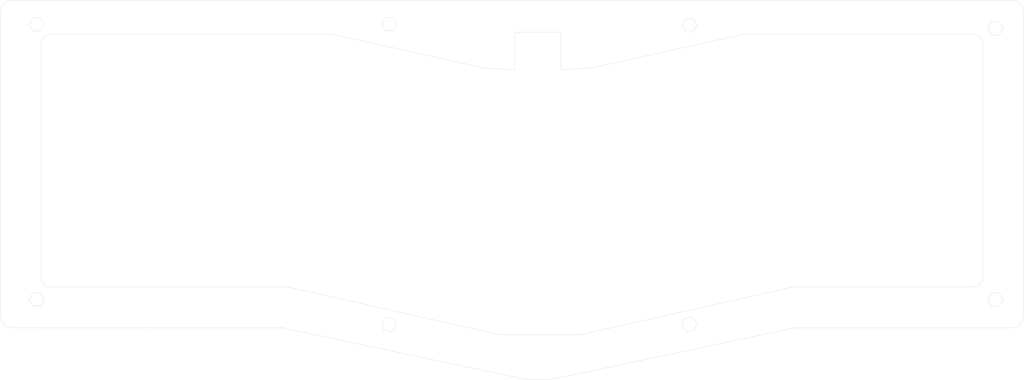
<source format=kicad_pcb>
(kicad_pcb (version 20171130) (host pcbnew "(5.1.9)-1")

  (general
    (thickness 1.6)
    (drawings 98)
    (tracks 0)
    (zones 0)
    (modules 0)
    (nets 1)
  )

  (page A4)
  (layers
    (0 F.Cu signal)
    (31 B.Cu signal)
    (32 B.Adhes user)
    (33 F.Adhes user)
    (34 B.Paste user)
    (35 F.Paste user)
    (36 B.SilkS user)
    (37 F.SilkS user)
    (38 B.Mask user)
    (39 F.Mask user)
    (40 Dwgs.User user)
    (41 Cmts.User user)
    (42 Eco1.User user)
    (43 Eco2.User user)
    (44 Edge.Cuts user)
    (45 Margin user)
    (46 B.CrtYd user)
    (47 F.CrtYd user)
    (48 B.Fab user)
    (49 F.Fab user)
  )

  (setup
    (last_trace_width 0.25)
    (trace_clearance 0.2)
    (zone_clearance 0.508)
    (zone_45_only no)
    (trace_min 0.2)
    (via_size 0.8)
    (via_drill 0.4)
    (via_min_size 0.4)
    (via_min_drill 0.3)
    (uvia_size 0.3)
    (uvia_drill 0.1)
    (uvias_allowed no)
    (uvia_min_size 0.2)
    (uvia_min_drill 0.1)
    (edge_width 0.05)
    (segment_width 0.2)
    (pcb_text_width 0.3)
    (pcb_text_size 1.5 1.5)
    (mod_edge_width 0.12)
    (mod_text_size 1 1)
    (mod_text_width 0.15)
    (pad_size 1.524 1.524)
    (pad_drill 0.762)
    (pad_to_mask_clearance 0)
    (aux_axis_origin 0 0)
    (visible_elements 7FFFFFFF)
    (pcbplotparams
      (layerselection 0x010fc_ffffffff)
      (usegerberextensions false)
      (usegerberattributes true)
      (usegerberadvancedattributes true)
      (creategerberjobfile true)
      (excludeedgelayer true)
      (linewidth 0.100000)
      (plotframeref false)
      (viasonmask false)
      (mode 1)
      (useauxorigin false)
      (hpglpennumber 1)
      (hpglpenspeed 20)
      (hpglpendiameter 15.000000)
      (psnegative false)
      (psa4output false)
      (plotreference true)
      (plotvalue true)
      (plotinvisibletext false)
      (padsonsilk false)
      (subtractmaskfromsilk false)
      (outputformat 1)
      (mirror false)
      (drillshape 0)
      (scaleselection 1)
      (outputdirectory "Gerber/"))
  )

  (net 0 "")

  (net_class Default "This is the default net class."
    (clearance 0.2)
    (trace_width 0.25)
    (via_dia 0.8)
    (via_drill 0.4)
    (uvia_dia 0.3)
    (uvia_drill 0.1)
  )

  (gr_line (start -45.466 75.057) (end -45.466 154.432) (layer Edge.Cuts) (width 0.1) (tstamp 60577B46))
  (gr_line (start 15.621 158.369) (end 46.863 158.369) (layer Edge.Cuts) (width 0.1) (tstamp 60577B45))
  (gr_line (start 121.158 76.073) (end 132.461 76.708) (layer Edge.Cuts) (width 0.1) (tstamp 60577B44))
  (gr_line (start -41.148 63.373) (end -41.656 63.373) (layer Edge.Cuts) (width 0.1) (tstamp 60577B43))
  (gr_line (start -45.466 67.183) (end -45.466 68.961) (layer Edge.Cuts) (width 0.1) (tstamp 60577B42))
  (gr_line (start 218.313 63.373) (end 161.163 76.073) (layer Edge.Cuts) (width 0.1) (tstamp 60577B41))
  (gr_line (start 157.353 176.403) (end 142.113 176.403) (layer Edge.Cuts) (width 0.1) (tstamp 60577B40))
  (gr_line (start 126.873 176.403) (end 142.113 176.403) (layer Edge.Cuts) (width 0.1) (tstamp 60577B3F))
  (gr_line (start -45.466 154.432) (end -45.466 154.686) (layer Edge.Cuts) (width 0.1) (tstamp 60577B3E))
  (gr_line (start 304.419 158.369) (end 304.673 158.369) (layer Edge.Cuts) (width 0.1) (tstamp 60577B3D))
  (gr_arc (start -41.656 154.686) (end -45.466 154.686) (angle -90) (layer Edge.Cuts) (width 0.1) (tstamp 60577B3C))
  (gr_line (start 46.863 158.369) (end 126.873 176.403) (layer Edge.Cuts) (width 0.1) (tstamp 60577B3B))
  (dimension 15.367 (width 0.15) (layer Dwgs.User) (tstamp 60577B39)
    (gr_text "15.367 mm" (at 316.1665 74.011) (layer Dwgs.User) (tstamp 60577B39)
      (effects (font (size 1 1) (thickness 0.15)))
    )
    (feature1 (pts (xy 323.85 77.216) (xy 323.85 74.724579)))
    (feature2 (pts (xy 308.483 77.216) (xy 308.483 74.724579)))
    (crossbar (pts (xy 308.483 75.311) (xy 323.85 75.311)))
    (arrow1a (pts (xy 323.85 75.311) (xy 322.723496 75.897421)))
    (arrow1b (pts (xy 323.85 75.311) (xy 322.723496 74.724579)))
    (arrow2a (pts (xy 308.483 75.311) (xy 309.609504 75.897421)))
    (arrow2b (pts (xy 308.483 75.311) (xy 309.609504 74.724579)))
  )
  (gr_line (start -22.352 63.373) (end 64.008 63.373) (layer Edge.Cuts) (width 0.1) (tstamp 60577B38))
  (gr_line (start -45.466 68.961) (end -45.466 75.057) (layer Edge.Cuts) (width 0.1) (tstamp 60577B37))
  (gr_line (start -22.352 63.373) (end -41.148 63.373) (layer Edge.Cuts) (width 0.1) (tstamp 60577B36))
  (gr_line (start -41.656 158.496) (end 15.621 158.369) (layer Edge.Cuts) (width 0.1) (tstamp 60577B35))
  (gr_arc (start 304.673 154.559) (end 304.673 158.369) (angle -90) (layer Edge.Cuts) (width 0.1) (tstamp 60577B34))
  (gr_arc (start -41.656 67.183) (end -41.656 63.373) (angle -90) (layer Edge.Cuts) (width 0.1) (tstamp 60577B33))
  (gr_line (start 64.008 63.373) (end 121.158 76.073) (layer Edge.Cuts) (width 0.1) (tstamp 60577B32))
  (gr_line (start 308.483 154.178) (end 308.483 154.559) (layer Edge.Cuts) (width 0.1) (tstamp 60577B31))
  (gr_line (start 157.353 176.403) (end 237.363 158.369) (layer Edge.Cuts) (width 0.1) (tstamp 60577B30))
  (gr_line (start 237.363 158.369) (end 304.419 158.369) (layer Edge.Cuts) (width 0.1) (tstamp 60577B2F))
  (gr_line (start 161.163 76.073) (end 149.86 76.708) (layer Edge.Cuts) (width 0.1) (tstamp 60577B2E))
  (gr_line (start 308.483 154.178) (end 308.483 67.183) (layer Edge.Cuts) (width 0.1) (tstamp 60577B2D))
  (gr_line (start -44.295 59.618172) (end -45.72 57.15) (layer Edge.Cuts) (width 0.1) (tstamp 60577B2C))
  (gr_line (start -49.995 163.123172) (end -48.57 165.591345) (layer Edge.Cuts) (width 0.1) (tstamp 60577B2B))
  (gr_line (start -45.72 62.086345) (end -44.295 59.618172) (layer Edge.Cuts) (width 0.1) (tstamp 60577B2A))
  (gr_line (start -48.57 62.086345) (end -45.72 62.086345) (layer Edge.Cuts) (width 0.1) (tstamp 60577B29))
  (gr_line (start 83.856846 57.047141) (end 82.431846 59.515313) (layer Edge.Cuts) (width 0.1) (tstamp 60577B28))
  (gr_line (start -48.57 57.15) (end -49.995 59.618172) (layer Edge.Cuts) (width 0.1) (tstamp 60577B27))
  (gr_line (start 149.86 62.611) (end 149.86 76.708) (layer Edge.Cuts) (width 0.1) (tstamp 60577B26))
  (gr_line (start -49.995 59.618172) (end -48.57 62.086345) (layer Edge.Cuts) (width 0.1) (tstamp 60577B25))
  (gr_line (start 132.461 62.611) (end 149.86 62.611) (layer Edge.Cuts) (width 0.1) (tstamp 60577B24))
  (gr_line (start 83.38739 174.747663) (end 86.17511 175.340211) (layer Edge.Cuts) (width 0.1) (tstamp 60577B23))
  (gr_line (start -45.72 57.15) (end -48.57 57.15) (layer Edge.Cuts) (width 0.1) (tstamp 60577B22))
  (gr_line (start 86.17511 175.340211) (end 88.082133 173.222248) (layer Edge.Cuts) (width 0.1) (tstamp 60577B21))
  (gr_line (start 304.673 63.373) (end 218.313 63.373) (layer Edge.Cuts) (width 0.1) (tstamp 60577B20))
  (gr_arc (start 304.673 67.183) (end 308.483 67.183) (angle -90) (layer Edge.Cuts) (width 0.1) (tstamp 60577B1F))
  (gr_line (start -47.283747 50.517009) (end -35.405587 50.515313) (layer Edge.Cuts) (width 0.1) (tstamp 60577B1E))
  (gr_line (start 199.01386 169.813177) (end 196.22614 170.405725) (layer Edge.Cuts) (width 0.1) (tstamp 60577B1D))
  (gr_line (start -60.88 168.656) (end -60.88 55.673) (layer Edge.Cuts) (width 0.1) (tstamp 60577B1C))
  (gr_line (start 83.856846 61.983486) (end 86.706846 61.983486) (layer Edge.Cuts) (width 0.1) (tstamp 60577B1B))
  (gr_line (start 200.920883 171.931139) (end 199.01386 169.813177) (layer Edge.Cuts) (width 0.1) (tstamp 60577B1A))
  (gr_line (start 314.558162 160.687141) (end 311.708162 160.687141) (layer Edge.Cuts) (width 0.1) (tstamp 60577B19))
  (gr_line (start 196.22614 170.405725) (end 195.345441 173.116236) (layer Edge.Cuts) (width 0.1) (tstamp 60577B18))
  (gr_line (start 310.283162 61.215313) (end 311.708162 63.683486) (layer Edge.Cuts) (width 0.1) (tstamp 60577B17))
  (gr_line (start 311.708162 63.683486) (end 314.558162 63.683486) (layer Edge.Cuts) (width 0.1) (tstamp 60577B16))
  (gr_line (start 84.413714 169.919189) (end 82.506691 172.037152) (layer Edge.Cuts) (width 0.1) (tstamp 60577B15))
  (gr_line (start 82.506691 172.037152) (end 83.38739 174.747663) (layer Edge.Cuts) (width 0.1) (tstamp 60577B14))
  (gr_line (start 195.345441 173.116236) (end 197.252464 175.234199) (layer Edge.Cuts) (width 0.1) (tstamp 60577B13))
  (gr_line (start 323.833162 55.515313) (end 323.833162 168.855313) (layer Edge.Cuts) (width 0.1) (tstamp 60577B12))
  (gr_line (start 88.131846 59.515313) (end 86.706846 57.047141) (layer Edge.Cuts) (width 0.1) (tstamp 60577B11))
  (gr_line (start 135.464411 50.515313) (end 147.464411 50.515313) (layer Edge.Cuts) (width 0.1) (tstamp 60577B10))
  (gr_line (start -55.753 50.546) (end -47.283747 50.517009) (layer Edge.Cuts) (width 0.1) (tstamp 60577B0F))
  (gr_line (start -55.753 50.546) (end -55.88 50.546) (layer Edge.Cuts) (width 0.1) (tstamp 60577B0E))
  (gr_line (start -44.295 163.123172) (end -45.72 160.655) (layer Edge.Cuts) (width 0.1) (tstamp 60577B0D))
  (gr_arc (start -55.88 168.800313) (end -60.88 168.800313) (angle -90) (layer Edge.Cuts) (width 0.1) (tstamp 60577B0C))
  (gr_line (start -60.88 168.656) (end -60.88 168.800313) (layer Edge.Cuts) (width 0.1) (tstamp 60577B0B))
  (gr_line (start -45.72 165.591345) (end -44.295 163.123172) (layer Edge.Cuts) (width 0.1) (tstamp 60577B0A))
  (gr_line (start -48.57 165.591345) (end -45.72 165.591345) (layer Edge.Cuts) (width 0.1) (tstamp 60577B09))
  (gr_arc (start -55.88 55.546) (end -55.88 50.546) (angle -90) (layer Edge.Cuts) (width 0.1) (tstamp 60577B08))
  (gr_line (start -45.72 160.655) (end -48.57 160.655) (layer Edge.Cuts) (width 0.1) (tstamp 60577B07))
  (gr_line (start -48.57 160.655) (end -49.995 163.123172) (layer Edge.Cuts) (width 0.1) (tstamp 60577B06))
  (gr_line (start -47.270838 173.871313) (end -55.88 173.800313) (layer Edge.Cuts) (width 0.1) (tstamp 60577B05))
  (gr_line (start 88.082133 173.222248) (end 87.201434 170.511737) (layer Edge.Cuts) (width 0.1) (tstamp 60577B04))
  (gr_line (start 314.558162 63.683486) (end 315.983162 61.215313) (layer Edge.Cuts) (width 0.1) (tstamp 60577B03))
  (gr_line (start -60.88 55.546) (end -60.88 55.673) (layer Edge.Cuts) (width 0.1) (tstamp 60577B02))
  (gr_line (start -35.405587 50.515313) (end 135.464411 50.515313) (layer Edge.Cuts) (width 0.1) (tstamp 60577B01))
  (gr_line (start 132.461 76.708) (end 132.461 62.611) (layer Edge.Cuts) (width 0.1) (tstamp 60577B00))
  (gr_line (start 87.201434 170.511737) (end 84.413714 169.919189) (layer Edge.Cuts) (width 0.1) (tstamp 60577AFF))
  (gr_line (start 315.983162 61.215313) (end 314.558162 58.747141) (layer Edge.Cuts) (width 0.1) (tstamp 60577AFE))
  (gr_arc (start 318.833162 55.515313) (end 323.833162 55.515313) (angle -90) (layer Edge.Cuts) (width 0.1) (tstamp 60577AFD))
  (gr_line (start 147.464411 50.515313) (end 318.833162 50.515313) (layer Edge.Cuts) (width 0.1) (tstamp 60577AFC))
  (gr_line (start 86.706846 57.047141) (end 83.856846 57.047141) (layer Edge.Cuts) (width 0.1) (tstamp 60577AFB))
  (gr_line (start 311.708162 160.687141) (end 310.283162 163.155313) (layer Edge.Cuts) (width 0.1) (tstamp 60577AFA))
  (gr_line (start 200.983162 60.015313) (end 199.558162 57.547141) (layer Edge.Cuts) (width 0.1) (tstamp 60577AF9))
  (gr_line (start 195.283162 60.015313) (end 196.708162 62.483486) (layer Edge.Cuts) (width 0.1) (tstamp 60577AF8))
  (gr_line (start 310.283162 163.155313) (end 311.708162 165.623486) (layer Edge.Cuts) (width 0.1) (tstamp 60577AF7))
  (gr_line (start 311.708162 58.747141) (end 310.283162 61.215313) (layer Edge.Cuts) (width 0.1) (tstamp 60577AF6))
  (gr_line (start 314.558162 58.747141) (end 311.708162 58.747141) (layer Edge.Cuts) (width 0.1) (tstamp 60577AF5))
  (gr_line (start 45.367991 173.855313) (end -47.270838 173.871313) (layer Edge.Cuts) (width 0.1) (tstamp 60577AF4))
  (gr_line (start 196.708162 62.483486) (end 199.558162 62.483486) (layer Edge.Cuts) (width 0.1) (tstamp 60577AF3))
  (gr_line (start 86.706846 61.983486) (end 88.131846 59.515313) (layer Edge.Cuts) (width 0.1) (tstamp 60577AF2))
  (gr_line (start 133.147944 192.513518) (end 45.367991 173.855313) (layer Edge.Cuts) (width 0.1) (tstamp 60577AF1))
  (gr_line (start 200.040184 174.64165) (end 200.920883 171.931139) (layer Edge.Cuts) (width 0.1) (tstamp 60577AF0))
  (gr_arc (start 141.464412 153.387614) (end 133.147944 192.513518) (angle -24) (layer Edge.Cuts) (width 0.1) (tstamp 60577AEF))
  (gr_line (start 199.558162 57.547141) (end 196.708162 57.547141) (layer Edge.Cuts) (width 0.1) (tstamp 60577AEE))
  (gr_line (start 196.708162 57.547141) (end 195.283162 60.015313) (layer Edge.Cuts) (width 0.1) (tstamp 60577AED))
  (gr_line (start 237.560833 173.855313) (end 149.78088 192.513518) (layer Edge.Cuts) (width 0.1) (tstamp 60577AEC))
  (gr_line (start 311.708162 165.623486) (end 314.558162 165.623486) (layer Edge.Cuts) (width 0.1) (tstamp 60577AEB))
  (gr_line (start 197.252464 175.234199) (end 200.040184 174.64165) (layer Edge.Cuts) (width 0.1) (tstamp 60577AEA))
  (gr_line (start 82.431846 59.515313) (end 83.856846 61.983486) (layer Edge.Cuts) (width 0.1) (tstamp 60577AE9))
  (gr_arc (start 318.833162 168.855313) (end 318.833162 173.855313) (angle -90) (layer Edge.Cuts) (width 0.1) (tstamp 60577AE8))
  (gr_line (start 315.983162 163.155313) (end 314.558162 160.687141) (layer Edge.Cuts) (width 0.1) (tstamp 60577AE7))
  (gr_line (start 318.833162 173.855313) (end 237.560833 173.855313) (layer Edge.Cuts) (width 0.1) (tstamp 60577AE6))
  (gr_line (start 314.558162 165.623486) (end 315.983162 163.155313) (layer Edge.Cuts) (width 0.1) (tstamp 60577AE5))
  (gr_line (start 199.558162 62.483486) (end 200.983162 60.015313) (layer Edge.Cuts) (width 0.1) (tstamp 60577AE4))

)

</source>
